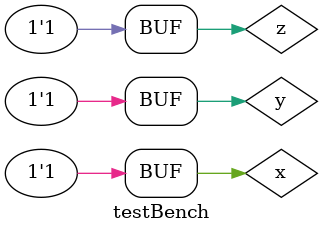
<source format=v>
module Decoder(d, x, y, z);
	input x, y, z;
	output [7:0] d;

	and a0(d[0], ~x, ~y, ~z);
	and a1(d[1], ~x, ~y, z);
	and a2(d[2], ~x, y, ~z);
	and a3(d[3], ~x, y, z);
	and a4(d[4], x, ~y, ~z);
	and a5(d[5], x, ~y, z);
	and a6(d[6], x, y, ~z);
	and a7(d[7], x, y, z);
endmodule

module FAdder(s, c, x, y, z);
	input x, y, z;
	output s, c;
	wire [7:0] d;
	Decoder d0(d, x, y, z);
	assign
		s = d[1] | d[2] | d[4] | d[7],
		c = d[3] | d[5] | d[6] | d[7];
endmodule

module testBench;
	reg x, y, z;
	wire s, c;

	FAdder fa(s, c, x, y, z);

	initial
	begin
		$monitor($time, "\t x=%b\ty=%b\tz=%b\ts=%b\tc=%b", x, y, z, s, c);
		x = 1'b0; y = 1'b1; z = 1'b0;
		#5 x = 1'b1; y = 1'b0; z=1'b1;
		#10 x = 1'b1; y = 1'b1; z = 1'b1;
	end
endmodule

</source>
